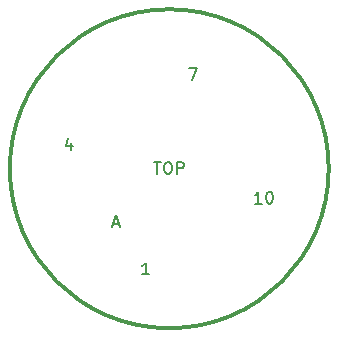
<source format=gbr>
%TF.GenerationSoftware,KiCad,Pcbnew,5.1.10*%
%TF.CreationDate,2022-02-19T21:26:53-05:00*%
%TF.ProjectId,selector_switch,73656c65-6374-46f7-925f-737769746368,rev?*%
%TF.SameCoordinates,Original*%
%TF.FileFunction,Legend,Top*%
%TF.FilePolarity,Positive*%
%FSLAX46Y46*%
G04 Gerber Fmt 4.6, Leading zero omitted, Abs format (unit mm)*
G04 Created by KiCad (PCBNEW 5.1.10) date 2022-02-19 21:26:53*
%MOMM*%
%LPD*%
G01*
G04 APERTURE LIST*
%ADD10C,0.150000*%
%ADD11C,0.300000*%
G04 APERTURE END LIST*
D10*
X153690476Y-68452380D02*
X154261904Y-68452380D01*
X153976190Y-69452380D02*
X153976190Y-68452380D01*
X154785714Y-68452380D02*
X154976190Y-68452380D01*
X155071428Y-68500000D01*
X155166666Y-68595238D01*
X155214285Y-68785714D01*
X155214285Y-69119047D01*
X155166666Y-69309523D01*
X155071428Y-69404761D01*
X154976190Y-69452380D01*
X154785714Y-69452380D01*
X154690476Y-69404761D01*
X154595238Y-69309523D01*
X154547619Y-69119047D01*
X154547619Y-68785714D01*
X154595238Y-68595238D01*
X154690476Y-68500000D01*
X154785714Y-68452380D01*
X155642857Y-69452380D02*
X155642857Y-68452380D01*
X156023809Y-68452380D01*
X156119047Y-68500000D01*
X156166666Y-68547619D01*
X156214285Y-68642857D01*
X156214285Y-68785714D01*
X156166666Y-68880952D01*
X156119047Y-68928571D01*
X156023809Y-68976190D01*
X155642857Y-68976190D01*
D11*
%TO.C,SW1*%
X168500000Y-69000000D02*
G75*
G03*
X168500000Y-69000000I-13500000J0D01*
G01*
D10*
X162809523Y-71952380D02*
X162238095Y-71952380D01*
X162523809Y-71952380D02*
X162523809Y-70952380D01*
X162428571Y-71095238D01*
X162333333Y-71190476D01*
X162238095Y-71238095D01*
X163428571Y-70952380D02*
X163523809Y-70952380D01*
X163619047Y-71000000D01*
X163666666Y-71047619D01*
X163714285Y-71142857D01*
X163761904Y-71333333D01*
X163761904Y-71571428D01*
X163714285Y-71761904D01*
X163666666Y-71857142D01*
X163619047Y-71904761D01*
X163523809Y-71952380D01*
X163428571Y-71952380D01*
X163333333Y-71904761D01*
X163285714Y-71857142D01*
X163238095Y-71761904D01*
X163190476Y-71571428D01*
X163190476Y-71333333D01*
X163238095Y-71142857D01*
X163285714Y-71047619D01*
X163333333Y-71000000D01*
X163428571Y-70952380D01*
X156666666Y-60452380D02*
X157333333Y-60452380D01*
X156904761Y-61452380D01*
X146690476Y-66785714D02*
X146690476Y-67452380D01*
X146452380Y-66404761D02*
X146214285Y-67119047D01*
X146833333Y-67119047D01*
X153285714Y-77952380D02*
X152714285Y-77952380D01*
X153000000Y-77952380D02*
X153000000Y-76952380D01*
X152904761Y-77095238D01*
X152809523Y-77190476D01*
X152714285Y-77238095D01*
X150261904Y-73666666D02*
X150738095Y-73666666D01*
X150166666Y-73952380D02*
X150500000Y-72952380D01*
X150833333Y-73952380D01*
%TD*%
M02*

</source>
